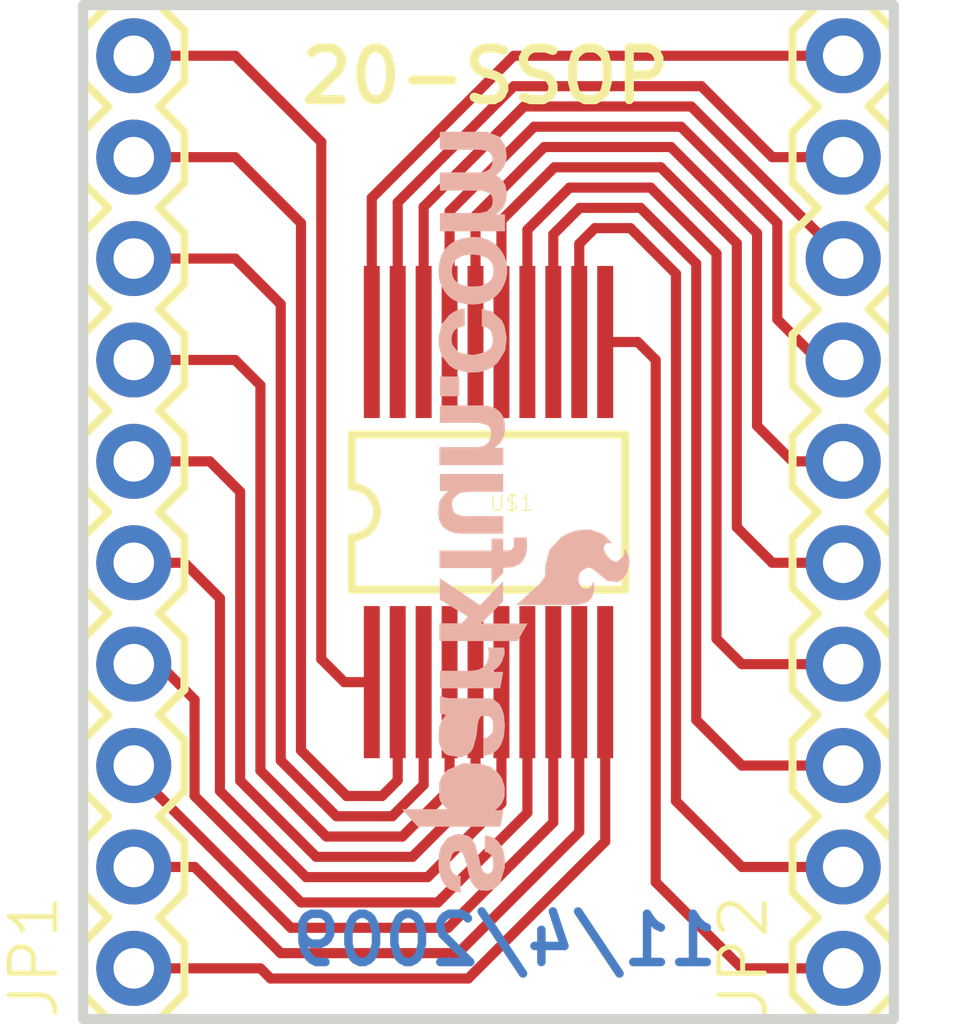
<source format=kicad_pcb>
(kicad_pcb (version 20211014) (generator pcbnew)
  (layers (0 "F.Cu" signal) (31 "B.Cu" signal) (34 "B.Paste" user) (35 "F.Paste" user) (36 "B.SilkS" user "B.Silkscreen") (37 "F.SilkS" user "F.Silkscreen") (38 "B.Mask" user) (39 "F.Mask" user) (44 "Edge.Cuts" user))
  (net 0 "")
  (net 1 "N$1")
  (net 2 "N$2")
  (net 3 "N$4")
  (net 4 "N$5")
  (net 5 "N$8")
  (net 6 "N$9")
  (net 7 "N$10")
  (net 8 "N$13")
  (net 9 "N$16")
  (net 10 "N$17")
  (net 11 "N$21")
  (net 12 "N$24")
  (net 13 "N$26")
  (net 14 "N$29")
  (net 15 "N$30")
  (net 16 "N$32")
  (net 17 "N$33")
  (net 18 "N$35")
  (net 19 "N$37")
  (net 20 "N$38")
  (footprint "boardEagle:1X10" (layer "F.Cu") (at 139.6111 116.4336 90)
    (fp_text reference "JP1" (at -1.3462 -1.8288 90) (layer "F.SilkS") (effects (font (size 1.143 1.143) (thickness 0.127)) (justify left bottom)))
    (fp_text value "M10\"")
    (fp_line (start 12.065 1.27) (end 11.43 0.635) (layer "F.SilkS") (width 0.2032))
    (fp_line (start 1.27 0.635) (end 0.635 1.27) (layer "F.SilkS") (width 0.2032))
    (fp_line (start 12.065 -1.27) (end 13.335 -1.27) (layer "F.SilkS") (width 0.2032))
    (fp_line (start 15.875 -1.27) (end 16.51 -0.635) (layer "F.SilkS") (width 0.2032))
    (fp_line (start 14.605 -1.27) (end 15.875 -1.27) (layer "F.SilkS") (width 0.2032))
    (fp_line (start 1.905 -1.27) (end 3.175 -1.27) (layer "F.SilkS") (width 0.2032))
    (fp_line (start 4.445 -1.27) (end 5.715 -1.27) (layer "F.SilkS") (width 0.2032))
    (fp_line (start 3.81 -0.635) (end 4.445 -1.27) (layer "F.SilkS") (width 0.2032))
    (fp_line (start 11.43 -0.635) (end 12.065 -1.27) (layer "F.SilkS") (width 0.2032))
    (fp_line (start 19.685 -1.27) (end 20.955 -1.27) (layer "F.SilkS") (width 0.2032))
    (fp_line (start 19.685 -1.27) (end 19.05 -0.635) (layer "F.SilkS") (width 0.2032))
    (fp_line (start 24.13 -0.635) (end 24.13 0.635) (layer "F.SilkS") (width 0.2032))
    (fp_line (start 6.985 -1.27) (end 6.35 -0.635) (layer "F.SilkS") (width 0.2032))
    (fp_line (start 5.715 1.27) (end 4.445 1.27) (layer "F.SilkS") (width 0.2032))
    (fp_line (start 8.89 0.635) (end 8.255 1.27) (layer "F.SilkS") (width 0.2032))
    (fp_line (start 5.715 -1.27) (end 6.35 -0.635) (layer "F.SilkS") (width 0.2032))
    (fp_line (start 18.415 1.27) (end 17.145 1.27) (layer "F.SilkS") (width 0.2032))
    (fp_line (start 6.985 -1.27) (end 8.255 -1.27) (layer "F.SilkS") (width 0.2032))
    (fp_line (start 0.635 -1.27) (end 1.27 -0.635) (layer "F.SilkS") (width 0.2032))
    (fp_line (start 22.225 -1.27) (end 23.495 -1.27) (layer "F.SilkS") (width 0.2032))
    (fp_line (start 23.495 1.27) (end 22.225 1.27) (layer "F.SilkS") (width 0.2032))
    (fp_line (start 15.875 1.27) (end 14.605 1.27) (layer "F.SilkS") (width 0.2032))
    (fp_line (start 18.415 -1.27) (end 19.05 -0.635) (layer "F.SilkS") (width 0.2032))
    (fp_line (start -0.635 -1.27) (end -1.27 -0.635) (layer "F.SilkS") (width 0.2032))
    (fp_line (start -0.635 -1.27) (end 0.635 -1.27) (layer "F.SilkS") (width 0.2032))
    (fp_line (start 10.795 1.27) (end 9.525 1.27) (layer "F.SilkS") (width 0.2032))
    (fp_line (start 1.905 1.27) (end 1.27 0.635) (layer "F.SilkS") (width 0.2032))
    (fp_line (start 8.89 -0.635) (end 9.525 -1.27) (layer "F.SilkS") (width 0.2032))
    (fp_line (start 21.59 0.635) (end 22.225 1.27) (layer "F.SilkS") (width 0.2032))
    (fp_line (start 17.145 -1.27) (end 16.51 -0.635) (layer "F.SilkS") (width 0.2032))
    (fp_line (start 21.59 0.635) (end 20.955 1.27) (layer "F.SilkS") (width 0.2032))
    (fp_line (start 13.335 -1.27) (end 13.97 -0.635) (layer "F.SilkS") (width 0.2032))
    (fp_line (start 20.955 -1.27) (end 21.59 -0.635) (layer "F.SilkS") (width 0.2032))
    (fp_line (start 20.955 1.27) (end 19.685 1.27) (layer "F.SilkS") (width 0.2032))
    (fp_line (start 22.225 -1.27) (end 21.59 -0.635) (layer "F.SilkS") (width 0.2032))
    (fp_line (start 1.27 -0.635) (end 1.905 -1.27) (layer "F.SilkS") (width 0.2032))
    (fp_line (start 8.255 1.27) (end 6.985 1.27) (layer "F.SilkS") (width 0.2032))
    (fp_line (start 8.255 -1.27) (end 8.89 -0.635) (layer "F.SilkS") (width 0.2032))
    (fp_line (start 14.605 -1.27) (end 13.97 -0.635) (layer "F.SilkS") (width 0.2032))
    (fp_line (start 17.145 -1.27) (end 18.415 -1.27) (layer "F.SilkS") (width 0.2032))
    (fp_line (start 9.525 -1.27) (end 10.795 -1.27) (layer "F.SilkS") (width 0.2032))
    (fp_line (start 23.495 -1.27) (end 24.13 -0.635) (layer "F.SilkS") (width 0.2032))
    (fp_line (start 19.05 0.635) (end 19.685 1.27) (layer "F.SilkS") (width 0.2032))
    (fp_line (start 24.13 0.635) (end 23.495 1.27) (layer "F.SilkS") (width 0.2032))
    (fp_line (start 13.335 1.27) (end 12.065 1.27) (layer "F.SilkS") (width 0.2032))
    (fp_line (start 3.175 1.27) (end 1.905 1.27) (layer "F.SilkS") (width 0.2032))
    (fp_line (start 0.635 1.27) (end -0.635 1.27) (layer "F.SilkS") (width 0.2032))
    (fp_line (start 16.51 0.635) (end 17.145 1.27) (layer "F.SilkS") (width 0.2032))
    (fp_line (start 16.51 0.635) (end 15.875 1.27) (layer "F.SilkS") (width 0.2032))
    (fp_line (start 9.525 1.27) (end 8.89 0.635) (layer "F.SilkS") (width 0.2032))
    (fp_line (start 3.175 -1.27) (end 3.81 -0.635) (layer "F.SilkS") (width 0.2032))
    (fp_line (start 10.795 -1.27) (end 11.43 -0.635) (layer "F.SilkS") (width 0.2032))
    (fp_line (start 13.97 0.635) (end 13.335 1.27) (layer "F.SilkS") (width 0.2032))
    (fp_line (start 6.35 0.635) (end 6.985 1.27) (layer "F.SilkS") (width 0.2032))
    (fp_line (start 19.05 0.635) (end 18.415 1.27) (layer "F.SilkS") (width 0.2032))
    (fp_line (start 11.43 0.635) (end 10.795 1.27) (layer "F.SilkS") (width 0.2032))
    (fp_line (start 4.445 1.27) (end 3.81 0.635) (layer "F.SilkS") (width 0.2032))
    (fp_line (start -1.27 -0.635) (end -1.27 0.635) (layer "F.SilkS") (width 0.2032))
    (fp_line (start 3.81 0.635) (end 3.175 1.27) (layer "F.SilkS") (width 0.2032))
    (fp_line (start 13.97 0.635) (end 14.605 1.27) (layer "F.SilkS") (width 0.2032))
    (fp_line (start -1.27 0.635) (end -0.635 1.27) (layer "F.SilkS") (width 0.2032))
    (fp_line (start 6.35 0.635) (end 5.715 1.27) (layer "F.SilkS") (width 0.2032))
    (pad "1" thru_hole circle (at 0 0 180) (size 1.8796 1.8796) (drill 1.016) (layers *.Cu *.Mask) (net 7 "N$10"))
    (pad "2" thru_hole circle (at 2.54 0 180) (size 1.8796 1.8796) (drill 1.016) (layers *.Cu *.Mask) (net 6 "N$9"))
    (pad "3" thru_hole circle (at 5.08 0 180) (size 1.8796 1.8796) (drill 1.016) (layers *.Cu *.Mask) (net 5 "N$8"))
    (pad "4" thru_hole circle (at 7.62 0 180) (size 1.8796 1.8796) (drill 1.016) (layers *.Cu *.Mask) (net 10 "N$17"))
    (pad "5" thru_hole circle (at 10.16 0 180) (size 1.8796 1.8796) (drill 1.016) (layers *.Cu *.Mask) (net 9 "N$16"))
    (pad "6" thru_hole circle (at 12.7 0 180) (size 1.8796 1.8796) (drill 1.016) (layers *.Cu *.Mask) (net 4 "N$5"))
    (pad "7" thru_hole circle (at 15.24 0 180) (size 1.8796 1.8796) (drill 1.016) (layers *.Cu *.Mask) (net 3 "N$4"))
    (pad "8" thru_hole circle (at 17.78 0 180) (size 1.8796 1.8796) (drill 1.016) (layers *.Cu *.Mask) (net 8 "N$13"))
    (pad "9" thru_hole circle (at 20.32 0 180) (size 1.8796 1.8796) (drill 1.016) (layers *.Cu *.Mask) (net 2 "N$2"))
    (pad "10" thru_hole circle (at 22.86 0 180) (size 1.8796 1.8796) (drill 1.016) (layers *.Cu *.Mask) (net 1 "N$1"))
  )
  (footprint "boardEagle:1X10" (layer "F.Cu") (at 157.3911 116.4336 90)
    (fp_text reference "JP2" (at -1.3462 -1.8288 90) (layer "F.SilkS") (effects (font (size 1.143 1.143) (thickness 0.127)) (justify left bottom)))
    (fp_text value "M10\"")
    (fp_line (start 15.875 1.27) (end 14.605 1.27) (layer "F.SilkS") (width 0.2032))
    (fp_line (start 23.495 1.27) (end 22.225 1.27) (layer "F.SilkS") (width 0.2032))
    (fp_line (start 13.97 0.635) (end 14.605 1.27) (layer "F.SilkS") (width 0.2032))
    (fp_line (start -0.635 -1.27) (end 0.635 -1.27) (layer "F.SilkS") (width 0.2032))
    (fp_line (start 22.225 -1.27) (end 23.495 -1.27) (layer "F.SilkS") (width 0.2032))
    (fp_line (start 24.13 0.635) (end 23.495 1.27) (layer "F.SilkS") (width 0.2032))
    (fp_line (start 17.145 -1.27) (end 16.51 -0.635) (layer "F.SilkS") (width 0.2032))
    (fp_line (start 13.335 1.27) (end 12.065 1.27) (layer "F.SilkS") (width 0.2032))
    (fp_line (start 6.35 0.635) (end 5.715 1.27) (layer "F.SilkS") (width 0.2032))
    (fp_line (start 10.795 1.27) (end 9.525 1.27) (layer "F.SilkS") (width 0.2032))
    (fp_line (start 12.065 -1.27) (end 13.335 -1.27) (layer "F.SilkS") (width 0.2032))
    (fp_line (start 4.445 1.27) (end 3.81 0.635) (layer "F.SilkS") (width 0.2032))
    (fp_line (start 19.685 -1.27) (end 19.05 -0.635) (layer "F.SilkS") (width 0.2032))
    (fp_line (start 21.59 0.635) (end 20.955 1.27) (layer "F.SilkS") (width 0.2032))
    (fp_line (start 8.89 0.635) (end 8.255 1.27) (layer "F.SilkS") (width 0.2032))
    (fp_line (start 9.525 -1.27) (end 10.795 -1.27) (layer "F.SilkS") (width 0.2032))
    (fp_line (start 6.985 -1.27) (end 6.35 -0.635) (layer "F.SilkS") (width 0.2032))
    (fp_line (start 3.175 1.27) (end 1.905 1.27) (layer "F.SilkS") (width 0.2032))
    (fp_line (start 0.635 1.27) (end -0.635 1.27) (layer "F.SilkS") (width 0.2032))
    (fp_line (start 24.13 -0.635) (end 24.13 0.635) (layer "F.SilkS") (width 0.2032))
    (fp_line (start 14.605 -1.27) (end 13.97 -0.635) (layer "F.SilkS") (width 0.2032))
    (fp_line (start 5.715 1.27) (end 4.445 1.27) (layer "F.SilkS") (width 0.2032))
    (fp_line (start 18.415 1.27) (end 17.145 1.27) (layer "F.SilkS") (width 0.2032))
    (fp_line (start 19.05 0.635) (end 18.415 1.27) (layer "F.SilkS") (width 0.2032))
    (fp_line (start 8.255 1.27) (end 6.985 1.27) (layer "F.SilkS") (width 0.2032))
    (fp_line (start 3.81 0.635) (end 3.175 1.27) (layer "F.SilkS") (width 0.2032))
    (fp_line (start 11.43 -0.635) (end 12.065 -1.27) (layer "F.SilkS") (width 0.2032))
    (fp_line (start 13.97 0.635) (end 13.335 1.27) (layer "F.SilkS") (width 0.2032))
    (fp_line (start 22.225 -1.27) (end 21.59 -0.635) (layer "F.SilkS") (width 0.2032))
    (fp_line (start 19.05 0.635) (end 19.685 1.27) (layer "F.SilkS") (width 0.2032))
    (fp_line (start 15.875 -1.27) (end 16.51 -0.635) (layer "F.SilkS") (width 0.2032))
    (fp_line (start 6.985 -1.27) (end 8.255 -1.27) (layer "F.SilkS") (width 0.2032))
    (fp_line (start 12.065 1.27) (end 11.43 0.635) (layer "F.SilkS") (width 0.2032))
    (fp_line (start 5.715 -1.27) (end 6.35 -0.635) (layer "F.SilkS") (width 0.2032))
    (fp_line (start 8.255 -1.27) (end 8.89 -0.635) (layer "F.SilkS") (width 0.2032))
    (fp_line (start 1.905 1.27) (end 1.27 0.635) (layer "F.SilkS") (width 0.2032))
    (fp_line (start -0.635 -1.27) (end -1.27 -0.635) (layer "F.SilkS") (width 0.2032))
    (fp_line (start 20.955 -1.27) (end 21.59 -0.635) (layer "F.SilkS") (width 0.2032))
    (fp_line (start 6.35 0.635) (end 6.985 1.27) (layer "F.SilkS") (width 0.2032))
    (fp_line (start 3.81 -0.635) (end 4.445 -1.27) (layer "F.SilkS") (width 0.2032))
    (fp_line (start 1.905 -1.27) (end 3.175 -1.27) (layer "F.SilkS") (width 0.2032))
    (fp_line (start 17.145 -1.27) (end 18.415 -1.27) (layer "F.SilkS") (width 0.2032))
    (fp_line (start -1.27 0.635) (end -0.635 1.27) (layer "F.SilkS") (width 0.2032))
    (fp_line (start 10.795 -1.27) (end 11.43 -0.635) (layer "F.SilkS") (width 0.2032))
    (fp_line (start 8.89 -0.635) (end 9.525 -1.27) (layer "F.SilkS") (width 0.2032))
    (fp_line (start 18.415 -1.27) (end 19.05 -0.635) (layer "F.SilkS") (width 0.2032))
    (fp_line (start 16.51 0.635) (end 17.145 1.27) (layer "F.SilkS") (width 0.2032))
    (fp_line (start 13.335 -1.27) (end 13.97 -0.635) (layer "F.SilkS") (width 0.2032))
    (fp_line (start 16.51 0.635) (end 15.875 1.27) (layer "F.SilkS") (width 0.2032))
    (fp_line (start 1.27 0.635) (end 0.635 1.27) (layer "F.SilkS") (width 0.2032))
    (fp_line (start 14.605 -1.27) (end 15.875 -1.27) (layer "F.SilkS") (width 0.2032))
    (fp_line (start 19.685 -1.27) (end 20.955 -1.27) (layer "F.SilkS") (width 0.2032))
    (fp_line (start -1.27 -0.635) (end -1.27 0.635) (layer "F.SilkS") (width 0.2032))
    (fp_line (start 20.955 1.27) (end 19.685 1.27) (layer "F.SilkS") (width 0.2032))
    (fp_line (start 3.175 -1.27) (end 3.81 -0.635) (layer "F.SilkS") (width 0.2032))
    (fp_line (start 23.495 -1.27) (end 24.13 -0.635) (layer "F.SilkS") (width 0.2032))
    (fp_line (start 4.445 -1.27) (end 5.715 -1.27) (layer "F.SilkS") (width 0.2032))
    (fp_line (start 1.27 -0.635) (end 1.905 -1.27) (layer "F.SilkS") (width 0.2032))
    (fp_line (start 0.635 -1.27) (end 1.27 -0.635) (layer "F.SilkS") (width 0.2032))
    (fp_line (start 11.43 0.635) (end 10.795 1.27) (layer "F.SilkS") (width 0.2032))
    (fp_line (start 21.59 0.635) (end 22.225 1.27) (layer "F.SilkS") (width 0.2032))
    (fp_line (start 9.525 1.27) (end 8.89 0.635) (layer "F.SilkS") (width 0.2032))
    (pad "1" thru_hole circle (at 0 0 180) (size 1.8796 1.8796) (drill 1.016) (layers *.Cu *.Mask) (net 11 "N$21"))
    (pad "2" thru_hole circle (at 2.54 0 180) (size 1.8796 1.8796) (drill 1.016) (layers *.Cu *.Mask) (net 16 "N$32"))
    (pad "3" thru_hole circle (at 5.08 0 180) (size 1.8796 1.8796) (drill 1.016) (layers *.Cu *.Mask) (net 17 "N$33"))
    (pad "4" thru_hole circle (at 7.62 0 180) (size 1.8796 1.8796) (drill 1.016) (layers *.Cu *.Mask) (net 12 "N$24"))
    (pad "5" thru_hole circle (at 10.16 0 180) (size 1.8796 1.8796) (drill 1.016) (layers *.Cu *.Mask) (net 18 "N$35"))
    (pad "6" thru_hole circle (at 12.7 0 180) (size 1.8796 1.8796) (drill 1.016) (layers *.Cu *.Mask) (net 13 "N$26"))
    (pad "7" thru_hole circle (at 15.24 0 180) (size 1.8796 1.8796) (drill 1.016) (layers *.Cu *.Mask) (net 19 "N$37"))
    (pad "8" thru_hole circle (at 17.78 0 180) (size 1.8796 1.8796) (drill 1.016) (layers *.Cu *.Mask) (net 20 "N$38"))
    (pad "9" thru_hole circle (at 20.32 0 180) (size 1.8796 1.8796) (drill 1.016) (layers *.Cu *.Mask) (net 14 "N$29"))
    (pad "10" thru_hole circle (at 22.86 0 180) (size 1.8796 1.8796) (drill 1.016) (layers *.Cu *.Mask) (net 15 "N$30"))
  )
  (footprint "boardEagle:SSOP20-LONG" (layer "F.Cu") (at 148.5011 105.0036)
    (fp_text reference "U$1" (at 0 0) (layer "F.SilkS") (effects (font (size 0.373888 0.373888) (thickness 0.032512)) (justify left bottom)))
    (fp_text value "SSOP20")
    (fp_line (start -3.429 0.635) (end -3.429 1.9431) (layer "F.SilkS") (width 0.2032))
    (fp_line (start -3.429 -1.9431) (end -3.429 -0.635) (layer "F.SilkS") (width 0.2032))
    (fp_line (start 3.429 1.9431) (end 3.429 -1.9431) (layer "F.SilkS") (width 0.2032))
    (fp_line (start -3.429 -1.9431) (end 3.429 -1.9431) (layer "F.SilkS") (width 0.2032))
    (fp_line (start -3.429 1.9431) (end 3.429 1.9431) (layer "F.SilkS") (width 0.2032))
    (fp_arc (start -3.429 -0.635) (mid -2.794 0) (end -3.429 0.635) (layer "F.SilkS") (width 0.2032))
    (pad "1" smd rect (at -2.925 4.26) (size 0.4 3.81) (layers "F.Cu" "F.Paste" "F.Mask") (net 1 "N$1"))
    (pad "2" smd rect (at -2.275 4.26) (size 0.4 3.81) (layers "F.Cu" "F.Paste" "F.Mask") (net 2 "N$2"))
    (pad "3" smd rect (at -1.625 4.26) (size 0.4 3.81) (layers "F.Cu" "F.Paste" "F.Mask") (net 8 "N$13"))
    (pad "4" smd rect (at -0.975 4.26) (size 0.4 3.81) (layers "F.Cu" "F.Paste" "F.Mask") (net 3 "N$4"))
    (pad "5" smd rect (at -0.325 4.26) (size 0.4 3.81) (layers "F.Cu" "F.Paste" "F.Mask") (net 4 "N$5"))
    (pad "6" smd rect (at 0.325 4.26) (size 0.4 3.81) (layers "F.Cu" "F.Paste" "F.Mask") (net 9 "N$16"))
    (pad "7" smd rect (at 0.975 4.26) (size 0.4 3.81) (layers "F.Cu" "F.Paste" "F.Mask") (net 10 "N$17"))
    (pad "8" smd rect (at 1.625 4.26) (size 0.4 3.81) (layers "F.Cu" "F.Paste" "F.Mask") (net 5 "N$8"))
    (pad "9" smd rect (at 2.275 4.26) (size 0.4 3.81) (layers "F.Cu" "F.Paste" "F.Mask") (net 6 "N$9"))
    (pad "10" smd rect (at 2.925 4.26) (size 0.4 3.81) (layers "F.Cu" "F.Paste" "F.Mask") (net 7 "N$10"))
    (pad "11" smd rect (at 2.925 -4.26) (size 0.4 3.81) (layers "F.Cu" "F.Paste" "F.Mask") (net 11 "N$21"))
    (pad "12" smd rect (at 2.275 -4.26) (size 0.4 3.81) (layers "F.Cu" "F.Paste" "F.Mask") (net 16 "N$32"))
    (pad "13" smd rect (at 1.625 -4.26) (size 0.4 3.81) (layers "F.Cu" "F.Paste" "F.Mask") (net 17 "N$33"))
    (pad "14" smd rect (at 0.975 -4.26) (size 0.4 3.81) (layers "F.Cu" "F.Paste" "F.Mask") (net 12 "N$24"))
    (pad "15" smd rect (at 0.325 -4.26) (size 0.4 3.81) (layers "F.Cu" "F.Paste" "F.Mask") (net 18 "N$35"))
    (pad "16" smd rect (at -0.325 -4.26) (size 0.4 3.81) (layers "F.Cu" "F.Paste" "F.Mask") (net 13 "N$26"))
    (pad "17" smd rect (at -0.975 -4.26) (size 0.4 3.81) (layers "F.Cu" "F.Paste" "F.Mask") (net 19 "N$37"))
    (pad "18" smd rect (at -1.625 -4.26) (size 0.4 3.81) (layers "F.Cu" "F.Paste" "F.Mask") (net 20 "N$38"))
    (pad "19" smd rect (at -2.275 -4.26) (size 0.4 3.81) (layers "F.Cu" "F.Paste" "F.Mask") (net 14 "N$29"))
    (pad "20" smd rect (at -2.925 -4.26) (size 0.4 3.81) (layers "F.Cu" "F.Paste" "F.Mask") (net 15 "N$30"))
  )
  (footprint "boardEagle:SFE-NEW-WEBLOGO" (layer "B.Cu") (at 146.3421 114.5286 90)
    (fp_text reference "JP3" hide)
    (fp_text value "LOGO-SFENEW" hide)
    (fp_line (start 12.1818 2.0091) (end 12.1818 0.955) (layer "B.SilkS") (width 0.0254))
    (fp_line (start 11.1379 0.9449) (end 10.7163 0.9449) (layer "B.SilkS") (width 0.0254))
    (fp_line (start 12.1818 0.955) (end 11.7729 0.955) (layer "B.SilkS") (width 0.0254))
    (fp_line (start 15.5702 2.2962) (end 15.5702 2.6137) (layer "B.SilkS") (width 0.0254))
    (fp_line (start 11.7729 0.955) (end 11.7729 1.9202) (layer "B.SilkS") (width 0.0254))
    (fp_line (start 15.5499 2.2911) (end 15.527 2.2911) (layer "B.SilkS") (width 0.0254))
    (fp_line (start 11.1201 2.2962) (end 11.1277 2.2962) (layer "B.SilkS") (width 0.0254))
    (fp_line (start 10.7163 2.5171) (end 11.1201 2.5171) (layer "B.SilkS") (width 0.0254))
    (fp_line (start 15.5499 2.6137) (end 15.5499 2.2911) (layer "B.SilkS") (width 0.0254))
    (fp_line (start 10.7163 0.9449) (end 10.7163 2.5171) (layer "B.SilkS") (width 0.0254))
    (fp_line (start 11.1379 1.8136) (end 11.1379 0.9449) (layer "B.SilkS") (width 0.0254))
    (fp_line (start 15.5702 2.6137) (end 15.5854 2.6137) (layer "B.SilkS") (width 0.0254))
    (fp_line (start 11.1201 2.5171) (end 11.1201 2.2962) (layer "B.SilkS") (width 0.0254))
    (fp_arc (start 12.1818 2.0091) (mid 12.172765 2.122002) (end 12.1488 2.2327) (layer "B.SilkS") (width 0.0254))
    (fp_arc (start 15.9029 0.9754) (mid 16.153433 1.12491) (end 16.317 1.3665) (layer "B.SilkS") (width 0.0254))
    (fp_arc (start 15.809 2.5857) (mid 15.698073 2.606673) (end 15.5854 2.6137) (layer "B.SilkS") (width 0.0254))
    (fp_arc (start 16.4033 1.808499) (mid 16.333054 2.143404) (end 16.129 2.4181) (layer "B.SilkS") (width 0.0254))
    (fp_arc (start 15.5423 0.9195) (mid 15.724919 0.932492) (end 15.9029 0.9754) (layer "B.SilkS") (width 0.0254))
    (fp_arc (start 15.908 1.4097) (mid 15.966057 1.559906) (end 15.9868 1.7196) (layer "B.SilkS") (width 0.0254))
    (fp_arc (start 15.2781 2.1692) (mid 15.20247 2.035022) (end 15.168899 1.8847) (layer "B.SilkS") (width 0.0254))
    (fp_arc (start 11.1277 2.2962) (mid 11.137379 2.298176) (end 11.1455 2.3038) (layer "B.SilkS") (width 0.0254))
    (fp_arc (start 11.1379 1.8821) (mid 11.137681 1.84785) (end 11.1379 1.8136) (layer "B.SilkS") (width 0.0254))
    (fp_arc (start 15.9868 1.7196) (mid 15.980368 1.846143) (end 15.9588 1.971) (layer "B.SilkS") (width 0.0254))
    (fp_arc (start 11.4198 2.2327) (mid 11.475702 2.235165) (end 11.5316 2.2377) (layer "B.SilkS") (width 0.0254))
    (fp_arc (start 14.8615 1.27) (mid 14.919858 1.189481) (end 14.9911 1.1201) (layer "B.SilkS") (width 0.0254))
    (fp_arc (start 15.1689 1.8847) (mid 15.165026 1.761448) (end 15.1714 1.6383) (layer "B.SilkS") (width 0.0254))
    (fp_arc (start 14.7549 1.9507) (mid 14.737287 1.759061) (end 14.7523 1.5672) (layer "B.SilkS") (width 0.0254))
    (fp_arc (start 16.129 2.4181) (mid 15.978822 2.520652) (end 15.809 2.5857) (layer "B.SilkS") (width 0.0254))
    (fp_arc (start 15.428 1.2522) (mid 15.597525 1.230563) (end 15.7632 1.2725) (layer "B.SilkS") (width 0.0254))
    (fp_arc (start 14.7523 1.5672) (mid 14.792796 1.413418) (end 14.8615 1.27) (layer "B.SilkS") (width 0.0254))
    (fp_arc (start 15.7632 1.2725) (mid 15.846801 1.329279) (end 15.908 1.4097) (layer "B.SilkS") (width 0.0254))
    (fp_arc (start 11.5672 2.5552) (mid 11.411238 2.523841) (end 11.2725 2.446) (layer "B.SilkS") (width 0.0254))
    (fp_arc (start 11.2725 2.446) (mid 11.226399 2.404414) (end 11.1862 2.3571) (layer "B.SilkS") (width 0.0254))
    (fp_arc (start 15.1714 1.6383) (mid 15.194331 1.520588) (end 15.24 1.4097) (layer "B.SilkS") (width 0.0254))
    (fp_arc (start 11.7729 1.9202) (mid 11.758038 2.02962) (end 11.7145 2.1311) (layer "B.SilkS") (width 0.0254))
    (fp_arc (start 11.1455 2.3038) (mid 11.152103 2.311188) (end 11.1582 2.319) (layer "B.SilkS") (width 0.0254))
    (fp_arc (start 12.0345 2.425699) (mid 11.911985 2.51116) (end 11.7678 2.5502) (layer "B.SilkS") (width 0.0254))
    (fp_arc (start 15.5499 2.6137) (mid 15.331296 2.577713) (end 15.1282 2.4892) (layer "B.SilkS") (width 0.0254))
    (fp_arc (start 15.128201 2.4892) (mid 14.882786 2.260687) (end 14.7549 1.9507) (layer "B.SilkS") (width 0.0254))
    (fp_arc (start 15.527 2.2911) (mid 15.388433 2.258974) (end 15.278099 2.1692) (layer "B.SilkS") (width 0.0254))
    (fp_arc (start 11.7678 2.5502) (mid 11.667584 2.556058) (end 11.5672 2.5552) (layer "B.SilkS") (width 0.0254))
    (fp_arc (start 11.7145 2.1311) (mid 11.664346 2.1894) (end 11.5976 2.2276) (layer "B.SilkS") (width 0.0254))
    (fp_arc (start 11.2598 2.1692) (mid 11.206137 2.110016) (end 11.1684 2.0396) (layer "B.SilkS") (width 0.0254))
    (fp_arc (start 14.9911 1.1201) (mid 15.249615 0.972855) (end 15.5423 0.9195) (layer "B.SilkS") (width 0.0254))
    (fp_arc (start 15.24 1.4097) (mid 15.31871 1.3127) (end 15.428 1.2522) (layer "B.SilkS") (width 0.0254))
    (fp_arc (start 16.317 1.3665) (mid 16.380488 1.583529) (end 16.4033 1.8085) (layer "B.SilkS") (width 0.0254))
    (fp_arc (start 15.8318 2.2047) (mid 15.783745 2.244042) (end 15.7277 2.2708) (layer "B.SilkS") (width 0.0254))
    (fp_arc (start 11.1684 2.0396) (mid 11.146105 1.962214) (end 11.1379 1.8821) (layer "B.SilkS") (width 0.0254))
    (fp_arc (start 11.4198 2.2327) (mid 11.334441 2.214452) (end 11.259799 2.1692) (layer "B.SilkS") (width 0.0254))
    (fp_arc (start 11.1862 2.3571) (mid 11.172158 2.338081) (end 11.1582 2.319) (layer "B.SilkS") (width 0.0254))
    (fp_arc (start 15.7277 2.2708) (mid 15.650001 2.290018) (end 15.5702 2.2962) (layer "B.SilkS") (width 0.0254))
    (fp_arc (start 15.9588 1.971) (mid 15.910982 2.096372) (end 15.8318 2.2047) (layer "B.SilkS") (width 0.0254))
    (fp_arc (start 11.5976 2.2276) (mid 11.565101 2.235925) (end 11.5316 2.2377) (layer "B.SilkS") (width 0.0254))
    (fp_arc (start 12.1488 2.232699) (mid 12.104013 2.336521) (end 12.0345 2.4257) (layer "B.SilkS") (width 0.0254))
    (fp_poly (pts (xy 2.834651 2.506079) (xy 2.92707 2.450683) (xy 3.011605 2.383731) (xy 3.1267 2.221709) (xy 3.1267 2.263503) (xy 3.219434 1.972794) (xy 3.236098 1.526727) (xy 3.068933 1.135798) (xy 2.975978 1.041462) (xy 2.864973 0.970996) (xy 2.740356 0.92713) (xy 2.372489 0.922) (xy 2.370226 0.922) (xy 2.254471 0.962806) (xy 2.0828 1.127587) (xy 2.0828 -0.010757) (xy 1.6434 0.385552) (xy 1.6434 2.45912) (xy 2.057593 2.537568) (xy 2.055012 2.330538) (xy 2.068304 2.345345) (xy 2.15812 2.442839) (xy 2.234107 2.497896) (xy 2.368681 2.552194) (xy 2.419192 2.562883) (xy 2.620347 2.565422)) (layer "B.SilkS") (width 0) (fill solid))
    (fp_poly (pts (xy 8.337002 5.691103) (xy 8.426449 5.668729) (xy 8.439477 5.663683) (xy 8.451149 5.657775) (xy 8.46786 5.649476) (xy 8.486552 5.642734) (xy 8.582694 5.5855) (xy 8.5903 5.5855) (xy 8.5903 5.5601) (xy 8.517833 5.5601) (xy 8.419418 5.540814) (xy 8.285855 5.378186) (xy 8.290365 5.319725) (xy 8.33909 5.224769) (xy 8.415666 5.148096) (xy 8.505069 5.083538) (xy 8.580348 5.051724) (xy 8.661737 5.054532) (xy 8.669864 5.057086) (xy 8.677257 5.060289) (xy 8.741514 5.119856) (xy 8.7478 5.142712) (xy 8.7478 5.260838) (xy 8.974707 5.031027) (xy 9.079186 4.739741) (xy 9.082603 4.739794) (xy 9.08906 4.533335) (xy 9.059857 4.34032) (xy 8.996308 4.155742) (xy 8.8773 3.944478) (xy 8.8773 3.963481) (xy 8.589131 3.69191) (xy 8.193239 3.5814) (xy 7.964005 3.5814) (xy 7.927201 3.574946) (xy 7.892776 3.562492) (xy 7.707322 3.424684) (xy 7.1984 2.85199) (xy 7.1984 4.40367) (xy 7.271004 4.644867) (xy 7.379295 4.748389) (xy 7.518122 4.800422) (xy 7.6149 4.807989) (xy 7.710384 4.800523) (xy 7.77091 4.790999) (xy 7.768788 4.767333) (xy 7.733216 4.768142) (xy 7.712784 4.759041) (xy 7.631519 4.700054) (xy 7.611722 4.67357) (xy 7.601395 4.6114) (xy 7.611905 4.548129) (xy 7.632405 4.508074) (xy 7.663343 4.475585) (xy 7.757535 4.42645) (xy 7.863229 4.414642) (xy 7.953768 4.432984) (xy 8.03522 4.472556) (xy 8.13303 4.637559) (xy 8.118706 4.731744) (xy 8.061914 4.813301) (xy 7.795707 5.146137) (xy 7.772667 5.393755) (xy 7.838495 5.504456) (xy 7.840042 5.506003) (xy 7.989901 5.63002) (xy 8.243676 5.699964)) (layer "B.SilkS") (width 0) (fill solid))
    (fp_poly (pts (xy 17.714962 2.583496) (xy 17.714669 2.58013) (xy 17.812284 2.526288) (xy 17.900302 2.442716) (xy 17.956995 2.351455) (xy 17.961394 2.355854) (xy 18.007182 2.404147) (xy 18.086856 2.480888) (xy 18.177617 2.546023) (xy 18.30384 2.60027) (xy 18.440544 2.616304) (xy 18.698981 2.580082) (xy 18.93345 2.426436) (xy 19.05 2.112985) (xy 19.05 0.9398) (xy 18.6004 0.9398) (xy 18.6004 1.979658) (xy 18.558302 2.150487) (xy 18.49797 2.220003) (xy 18.412014 2.255689) (xy 18.322362 2.262413) (xy 18.233537 2.253336) (xy 18.121633 2.190061) (xy 18.068614 2.109201) (xy 18.041426 2.014408) (xy 18.036069 1.960144) (xy 18.034 1.904767) (xy 18.034 0.9398) (xy 17.5768 0.9398) (xy 17.5768 2.006808) (xy 17.507834 2.191589) (xy 17.433119 2.246143) (xy 17.339789 2.26304) (xy 17.298061 2.260863) (xy 17.256145 2.258198) (xy 17.19103 2.2421) (xy 17.135402 2.205103) (xy 17.092564 2.160343) (xy 17.055171 2.112821) (xy 17.0155 1.934108) (xy 17.0155 0.9423) (xy 16.5583 0.9423) (xy 16.5583 2.573) (xy 16.9824 2.573) (xy 16.9824 2.355139) (xy 16.985319 2.355789) (xy 17.015959 2.3959) (xy 17.093229 2.475705) (xy 17.171263 2.538367) (xy 17.262579 2.579887) (xy 17.318155 2.59498) (xy 17.374103 2.605849) (xy 17.443329 2.614463) (xy 17.514022 2.618767)) (layer "B.SilkS") (width 0) (fill solid))
    (fp_poly (pts (xy 6.1316 2.557116) (xy 6.1316 2.1463) (xy 6.115783 2.1463) (xy 6.10653 2.147054) (xy 6.097893 2.149211) (xy 6.068387 2.157247) (xy 6.038922 2.161538) (xy 5.96265 2.16474) (xy 5.887609 2.16159) (xy 5.731931 2.107297) (xy 5.637642 2.018651) (xy 5.577302 1.903423) (xy 5.5499 1.736362) (xy 5.5499 0.9423) (xy 5.107878 0.9423) (xy 5.110519 2.454146) (xy 5.522 2.527255) (xy 5.522 2.234211) (xy 5.526569 2.235704) (xy 5.544428 2.262537) (xy 5.578841 2.314524) (xy 5.613758 2.367854) (xy 5.686736 2.438162) (xy 5.778008 2.498223) (xy 5.979984 2.565515)) (layer "B.SilkS") (width 0) (fill solid))
    (fp_poly (pts (xy 1.201557 2.290098) (xy 1.414074 2.156268) (xy 1.42383 2.065) (xy 1.01008 2.065) (xy 1.00135 2.126336) (xy 0.936084 2.220524) (xy 0.871818 2.257603) (xy 0.798545 2.2758) (xy 0.628591 2.2758) (xy 0.583991 2.267366) (xy 0.541641 2.251683) (xy 0.51157 2.232098) (xy 0.488615 2.205726) (xy 0.469153 2.152745) (xy 0.474605 2.097619) (xy 0.521549 2.031824) (xy 0.664468 1.962838) (xy 0.866638 1.922444) (xy 1.206678 1.822687) (xy 1.354318 1.729494) (xy 1.389578 1.692366) (xy 1.416579 1.648151) (xy 1.460229 1.440208) (xy 1.447804 1.4376) (xy 1.460484 1.436955) (xy 1.457817 1.384541) (xy 1.452657 1.33034) (xy 1.371775 1.140043) (xy 1.14885 0.969822) (xy 1.013381 0.927267) (xy 0.74708 0.904177) (xy 0.617383 0.909691) (xy 0.487493 0.922202) (xy 0.306845 0.984179) (xy 0.185213 1.061804) (xy 0.109225 1.132023) (xy 0.056988 1.2215) (xy 0.013059 1.350644) (xy 0.002577 1.410659) (xy -0.00152 1.469003) (xy 0.738195 1.10308) (xy 1.120535 1.189415) (xy 1.224069 1.497645) (xy 0.809011 1.723764) (xy 0.364394 1.98847) (xy 0.308075 2.310537) (xy 0.741882 2.423672)) (layer "B.SilkS") (width 0) (fill solid))
    (fp_poly (pts (xy 15.5499 2.609649) (xy 15.5499 2.29782) (xy 15.429469 2.281338) (xy 15.314616 2.217851) (xy 15.23586 2.109416) (xy 15.196312 2.020604) (xy 15.168868 1.873153) (xy 15.163824 1.687316) (xy 15.181322 1.562471) (xy 15.218744 1.447652) (xy 15.272523 1.345) (xy 15.437302 1.244156) (xy 15.6121 1.221967) (xy 15.787119 1.281181) (xy 15.894998 1.379217) (xy 15.949332 1.500229) (xy 15.9868 1.655017) (xy 15.9868 1.797481) (xy 15.961756 1.990339) (xy 15.88736 2.151531) (xy 15.803924 2.232457) (xy 15.708711 2.283762) (xy 15.58997 2.2936) (xy 15.567485 2.2936) (xy 15.57294 2.617878) (xy 15.788992 2.590535) (xy 15.954486 2.53364) (xy 16.155367 2.394616) (xy 16.266844 2.264968) (xy 16.37246 2.027864) (xy 16.400898 1.805948) (xy 16.375193 1.592623) (xy 16.305839 1.343513) (xy 16.222719 1.211114) (xy 16.101494 1.095067) (xy 15.987532 1.014773) (xy 15.799031 0.950211) (xy 15.544583 0.924513) (xy 15.240687 0.965682) (xy 14.951456 1.146439) (xy 14.788469 1.399985) (xy 14.726674 1.793647) (xy 14.809154 2.154405) (xy 15.026083 2.4307) (xy 15.368412 2.600648) (xy 15.51864 2.6187) (xy 15.52691 2.6187)) (layer "B.SilkS") (width 0) (fill solid))
    (fp_poly (pts (xy 4.444983 2.544915) (xy 4.588724 2.501712) (xy 4.72259 2.430523) (xy 4.844814 2.271666) (xy 4.859671 2.1819) (xy 4.8616 2.1819) (xy 4.8616 1.6891) (xy 4.864173 1.6891) (xy 4.861603 1.242544) (xy 4.871819 1.108765) (xy 4.906709 0.979276) (xy 4.920484 0.9423) (xy 4.495275 0.9423) (xy 4.477494 0.951279) (xy 4.472002 0.970735) (xy 4.468249 0.985133) (xy 4.446292 1.084946) (xy 4.440321 1.089528) (xy 4.438946 1.088886) (xy 4.309064 0.98859) (xy 4.153188 0.927249) (xy 3.824183 0.906712) (xy 3.683825 0.938256) (xy 3.554173 1.000134) (xy 3.486826 1.05665) (xy 3.437273 1.130532) (xy 3.3807 1.444163) (xy 3.3807 1.446675) (xy 3.401941 1.543624) (xy 3.446308 1.632822) (xy 3.527788 1.722902) (xy 3.632416 1.784766) (xy 3.937258 1.861632) (xy 4.048648 1.873601) (xy 4.159032 1.884616) (xy 4.224808 1.893434) (xy 4.289167 1.907055) (xy 4.336271 1.923637) (xy 4.379043 1.948303) (xy 4.407461 1.974391) (xy 4.413402 1.982997) (xy 4.4171 1.991455) (xy 4.4171 2.14983) (xy 4.358226 2.232254) (xy 4.254396 2.270917) (xy 4.188033 2.274326) (xy 4.120968 2.275774) (xy 4.006679 2.25395) (xy 3.883049 2.131716) (xy 3.8659 2.045941) (xy 3.8659 2.0295) (xy 3.429 2.0295) (xy 3.429 2.040006) (xy 3.418965 2.041638) (xy 3.439259 2.166448) (xy 3.491292 2.283494) (xy 3.571378 2.383462) (xy 3.674008 2.459597) (xy 3.791998 2.513469) (xy 3.916944 2.547448) (xy 4.18103 2.571338)) (layer "B.SilkS") (width 0) (fill solid))
    (fp_poly (pts (xy 9.4234 1.520809) (xy 9.472888 1.359974) (xy 9.516069 1.308185) (xy 9.573108 1.271734) (xy 9.714103 1.241374) (xy 9.853529 1.268908) (xy 10.003067 1.442966) (xy 10.033 1.684784) (xy 10.033 2.5273) (xy 10.48 2.5273) (xy 10.48 0.9398) (xy 10.0533 0.9398) (xy 10.0533 1.159713) (xy 9.961626 1.051965) (xy 9.823848 0.946774) (xy 9.797269 0.933513) (xy 9.76873 0.924761) (xy 9.46843 0.899096) (xy 9.311419 0.929258) (xy 9.173895 1.0008) (xy 9.172522 1.0008) (xy 9.155194 1.014756) (xy 9.141833 1.028106) (xy 9.055991 1.150842) (xy 9.0022 1.291099) (xy 8.984 1.439423) (xy 8.984 2.5324) (xy 9.4234 2.5324)) (layer "B.SilkS") (width 0) (fill solid))
    (fp_poly (pts (xy 12.4257 0.9449) (xy 12.921 0.9449) (xy 12.921 1.43) (xy 12.4257 1.43)) (layer "B.SilkS") (width 0) (fill solid))
    (fp_poly (pts (xy 0.803285 2.567895) (xy 0.944243 2.553799) (xy 1.081508 2.516334) (xy 1.193542 2.461399) (xy 1.291841 2.383865) (xy 1.357039 2.297824) (xy 1.377068 2.257603) (xy 1.393653 2.216867) (xy 1.417283 2.151914) (xy 1.353784 2.105111) (xy 1.152335 2.254241) (xy 0.736496 2.387002) (xy 0.372563 2.277101) (xy 0.417885 2.019712) (xy 1.241556 1.540676) (xy 1.263422 1.497067) (xy 1.147655 1.152457) (xy 0.724605 1.058492) (xy -0.038666 1.4605) (xy 0.4115 1.4605) (xy 0.4115 1.443466) (xy 0.420402 1.369907) (xy 0.454647 1.305856) (xy 0.524204 1.243359) (xy 0.610838 1.206018) (xy 0.637726 1.200933) (xy 0.665996 1.198897) (xy 0.7328 1.198389) (xy 0.79791 1.198884) (xy 0.968129 1.258019) (xy 1.007666 1.302193) (xy 1.028603 1.358428) (xy 1.025789 1.425439) (xy 0.995864 1.485288) (xy 0.943734 1.527918) (xy 0.715431 1.605731) (xy 0.533161 1.644154) (xy 0.351479 1.692254) (xy 0.230117 1.743632) (xy 0.122357 1.822697) (xy 0.0457 1.960096) (xy 0.0457 1.963141) (xy 0.038572 2.135467) (xy 0.0838 2.300409) (xy 0.0838 2.303445) (xy 0.206233 2.444416) (xy 0.620397 2.567885) (xy 0.71245 2.568634)) (layer "B.SilkS") (width 0) (fill solid))
    (fp_poly (pts (xy 8.809435 3.119895) (xy 8.875117 3.1166) (xy 8.89 3.1166) (xy 8.89 2.7889) (xy 8.869112 2.7889) (xy 8.841108 2.7915) (xy 8.660351 2.7915) (xy 8.587936 2.740064) (xy 8.571192 2.699602) (xy 8.5649 2.653436) (xy 8.5649 2.5273) (xy 8.8621 2.5273) (xy 8.8621 2.2352) (xy 8.5623 2.2352) (xy 8.5623 0.9322) (xy 8.1204 0.9322) (xy 8.1204 2.232779) (xy 7.70383 2.235391) (xy 7.995739 2.5273) (xy 8.1255 2.5273) (xy 8.1255 2.560826) (xy 8.143432 2.77702) (xy 8.219199 2.938937) (xy 8.324367 3.032939) (xy 8.449534 3.095959) (xy 8.586403 3.1242) (xy 8.743112 3.1242)) (layer "B.SilkS") (width 0) (fill solid))
    (fp_poly (pts (xy 11.770768 2.56283) (xy 12.043428 2.435548) (xy 12.160999 2.237024) (xy 12.1945 2.010032) (xy 12.1945 0.9423) (xy 11.7602 0.9423) (xy 11.7602 1.918474) (xy 11.70302 2.124971) (xy 11.656141 2.179464) (xy 11.593345 2.215403) (xy 11.53092 2.224956) (xy 11.476269 2.222478) (xy 11.422495 2.220106) (xy 11.268 2.158791) (xy 11.18035 2.034508) (xy 11.1506 1.880883) (xy 11.1506 0.9322) (xy 10.7036 0.9322) (xy 10.7036 2.5298) (xy 11.1328 2.5298) (xy 11.1328 2.310454) (xy 11.136857 2.313263) (xy 11.148195 2.326834) (xy 11.161924 2.345602) (xy 11.176241 2.364992) (xy 11.217267 2.413279) (xy 11.265048 2.456381) (xy 11.406772 2.535896) (xy 11.566093 2.567932)) (layer "B.SilkS") (width 0) (fill solid))
    (fp_poly (pts (xy 6.7335 1.97376) (xy 7.284539 2.5248) (xy 7.78835 2.5248) (xy 7.197009 1.946483) (xy 7.869909 0.937183) (xy 7.330929 0.939835) (xy 6.903958 1.643716) (xy 6.7386 1.483032) (xy 6.7386 0.9296) (xy 6.306639 0.9296) (xy 6.2941 0.942139) (xy 6.2941 2.887776) (xy 6.7335 3.138467)) (layer "B.SilkS") (width 0) (fill solid))
    (fp_poly (pts (xy 14.181776 2.563159) (xy 14.181555 2.560669) (xy 14.327447 2.496725) (xy 14.547848 2.246517) (xy 14.619242 1.9914) (xy 14.1707 1.9914) (xy 14.1707 2.005388) (xy 14.15242 2.10038) (xy 14.100807 2.180729) (xy 14.023181 2.236025) (xy 13.860405 2.2706) (xy 13.694207 2.245798) (xy 13.653262 2.227396) (xy 13.618712 2.198612) (xy 13.531409 2.074936) (xy 13.459735 1.779947) (xy 13.507258 1.471936) (xy 13.55233 1.379537) (xy 13.718934 1.256376) (xy 13.795519 1.238584) (xy 13.875272 1.234455) (xy 13.963395 1.249226) (xy 14.044683 1.286045) (xy 14.088707 1.320383) (xy 14.123821 1.362695) (xy 14.191983 1.5646) (xy 14.6202 1.5646) (xy 14.6202 1.546046) (xy 14.607183 1.4497) (xy 14.551954 1.307962) (xy 14.468685 1.180108) (xy 14.234909 0.989147) (xy 13.88734 0.904104) (xy 13.726062 0.914148) (xy 13.567886 0.942693) (xy 13.423659 0.994928) (xy 13.188191 1.185237) (xy 13.098694 1.32648) (xy 13.017451 1.644495) (xy 13.0251 1.894992) (xy 13.0251 1.896181) (xy 13.064859 2.076939) (xy 13.14486 2.243932) (xy 13.26133 2.388842) (xy 13.574558 2.580191) (xy 13.883988 2.616332)) (layer "B.SilkS") (width 0) (fill solid))
  )
  (gr_line (start 138.3411 117.7036) (end 138.3411 92.3036) (layer "Edge.Cuts") (width 0.254))
  (gr_line (start 158.6611 92.3036) (end 158.6611 117.7036) (layer "Edge.Cuts") (width 0.254))
  (gr_line (start 158.6611 117.7036) (end 138.3411 117.7036) (layer "Edge.Cuts") (width 0.254))
  (gr_line (start 138.3411 92.3036) (end 158.6611 92.3036) (layer "Edge.Cuts") (width 0.254))
  (gr_text "11/4/2009" (at 154.3431 116.4336) (layer "B.Cu") (effects (font (size 1.20904 1.20904) (thickness 0.21336)) (justify left bottom mirror)))
  (gr_text "20-SSOP" (at 143.6751 94.8436) (layer "F.SilkS") (effects (font (size 1.2954 1.2954) (thickness 0.2286)) (justify left bottom)))
  (segment (start 144.3101 95.7326) (end 142.1511 93.5736) (width 0.254) (layer "F.Cu") (net 1))
  (segment (start 144.8871 109.2636) (end 145.5761 109.2636) (width 0.254) (layer "F.Cu") (net 1))
  (segment (start 142.1511 93.5736) (end 139.6111 93.5736) (width 0.254) (layer "F.Cu") (net 1))
  (segment (start 144.3101 108.6866) (end 144.3101 95.7326) (width 0.254) (layer "F.Cu") (net 1))
  (segment (start 144.3101 108.6866) (end 144.8871 109.2636) (width 0.254) (layer "F.Cu") (net 1))
  (segment (start 145.8341 112.1156) (end 146.2261 111.7236) (width 0.254) (layer "F.Cu") (net 2))
  (segment (start 143.8021 110.9726) (end 143.8021 97.7646) (width 0.254) (layer "F.Cu") (net 2))
  (segment (start 146.2261 111.7236) (end 146.2261 109.2636) (width 0.254) (layer "F.Cu") (net 2))
  (segment (start 143.8021 110.9726) (end 144.9451 112.1156) (width 0.254) (layer "F.Cu") (net 2))
  (segment (start 142.1511 96.1136) (end 139.6111 96.1136) (width 0.254) (layer "F.Cu") (net 2))
  (segment (start 143.8021 97.7646) (end 142.1511 96.1136) (width 0.254) (layer "F.Cu") (net 2))
  (segment (start 145.8341 112.1156) (end 144.9451 112.1156) (width 0.254) (layer "F.Cu") (net 2))
  (segment (start 147.5261 111.9476) (end 147.5261 109.2636) (width 0.254) (layer "F.Cu") (net 3))
  (segment (start 144.4371 113.1316) (end 146.3421 113.1316) (width 0.254) (layer "F.Cu") (net 3))
  (segment (start 146.3421 113.1316) (end 147.5261 111.9476) (width 0.254) (layer "F.Cu") (net 3))
  (segment (start 142.1511 101.1936) (end 139.6111 101.1936) (width 0.254) (layer "F.Cu") (net 3))
  (segment (start 142.7861 111.4806) (end 144.4371 113.1316) (width 0.254) (layer "F.Cu") (net 3))
  (segment (start 142.7861 101.8286) (end 142.1511 101.1936) (width 0.254) (layer "F.Cu") (net 3))
  (segment (start 142.7861 111.4806) (end 142.7861 101.8286) (width 0.254) (layer "F.Cu") (net 3))
  (segment (start 144.1831 113.6396) (end 146.5961 113.6396) (width 0.254) (layer "F.Cu") (net 4))
  (segment (start 142.2781 104.4956) (end 141.5161 103.7336) (width 0.254) (layer "F.Cu") (net 4))
  (segment (start 148.1761 112.0596) (end 148.1761 109.2636) (width 0.254) (layer "F.Cu") (net 4))
  (segment (start 141.5161 103.7336) (end 139.6111 103.7336) (width 0.254) (layer "F.Cu") (net 4))
  (segment (start 142.2781 111.7346) (end 144.1831 113.6396) (width 0.254) (layer "F.Cu") (net 4))
  (segment (start 146.5961 113.6396) (end 148.1761 112.0596) (width 0.254) (layer "F.Cu") (net 4))
  (segment (start 142.2781 111.7346) (end 142.2781 104.4956) (width 0.254) (layer "F.Cu") (net 4))
  (segment (start 139.4841 111.3536) (end 143.5481 115.4176) (width 0.254) (layer "F.Cu") (net 5))
  (segment (start 139.6111 111.3536) (end 139.4841 111.3536) (width 0.254) (layer "F.Cu") (net 5))
  (segment (start 147.4851 115.4176) (end 150.1261 112.7766) (width 0.254) (layer "F.Cu") (net 5))
  (segment (start 150.1261 112.7766) (end 150.1261 109.2636) (width 0.254) (layer "F.Cu") (net 5))
  (segment (start 143.5481 115.4176) (end 147.4851 115.4176) (width 0.254) (layer "F.Cu") (net 5))
  (segment (start 150.7761 113.0156) (end 150.7761 109.2636) (width 0.254) (layer "F.Cu") (net 6))
  (segment (start 147.7391 116.0526) (end 150.7761 113.0156) (width 0.254) (layer "F.Cu") (net 6))
  (segment (start 139.6111 113.8936) (end 141.1351 113.8936) (width 0.254) (layer "F.Cu") (net 6))
  (segment (start 141.1351 113.8936) (end 143.2941 116.0526) (width 0.254) (layer "F.Cu") (net 6))
  (segment (start 143.2941 116.0526) (end 147.7391 116.0526) (width 0.254) (layer "F.Cu") (net 6))
  (segment (start 139.6111 116.4336) (end 142.7861 116.4336) (width 0.254) (layer "F.Cu") (net 7))
  (segment (start 142.7861 116.4336) (end 143.0401 116.6876) (width 0.254) (layer "F.Cu") (net 7))
  (segment (start 147.9931 116.6876) (end 151.4261 113.2546) (width 0.254) (layer "F.Cu") (net 7))
  (segment (start 143.0401 116.6876) (end 147.9931 116.6876) (width 0.254) (layer "F.Cu") (net 7))
  (segment (start 151.4261 113.2546) (end 151.4261 109.2636) (width 0.254) (layer "F.Cu") (net 7))
  (segment (start 143.2941 111.2266) (end 143.2941 99.7966) (width 0.254) (layer "F.Cu") (net 8))
  (segment (start 142.1511 98.6536) (end 139.6111 98.6536) (width 0.254) (layer "F.Cu") (net 8))
  (segment (start 146.0881 112.6236) (end 146.8761 111.8356) (width 0.254) (layer "F.Cu") (net 8))
  (segment (start 144.6911 112.6236) (end 143.2941 111.2266) (width 0.254) (layer "F.Cu") (net 8))
  (segment (start 144.6911 112.6236) (end 146.0881 112.6236) (width 0.254) (layer "F.Cu") (net 8))
  (segment (start 143.2941 99.7966) (end 142.1511 98.6536) (width 0.254) (layer "F.Cu") (net 8))
  (segment (start 146.8761 111.8356) (end 146.8761 109.2636) (width 0.254) (layer "F.Cu") (net 8))
  (segment (start 148.8261 112.2986) (end 148.8261 109.2636) (width 0.254) (layer "F.Cu") (net 9))
  (segment (start 143.9291 114.1476) (end 146.9771 114.1476) (width 0.254) (layer "F.Cu") (net 9))
  (segment (start 140.8811 106.2736) (end 139.6111 106.2736) (width 0.254) (layer "F.Cu") (net 9))
  (segment (start 141.7701 111.9886) (end 141.7701 107.1626) (width 0.254) (layer "F.Cu") (net 9))
  (segment (start 146.9771 114.1476) (end 148.8261 112.2986) (width 0.254) (layer "F.Cu") (net 9))
  (segment (start 141.7701 111.9886) (end 143.9291 114.1476) (width 0.254) (layer "F.Cu") (net 9))
  (segment (start 141.7701 107.1626) (end 140.8811 106.2736) (width 0.254) (layer "F.Cu") (net 9))
  (segment (start 141.1351 112.1156) (end 143.8021 114.7826) (width 0.254) (layer "F.Cu") (net 10))
  (segment (start 143.8021 114.7826) (end 147.2311 114.7826) (width 0.254) (layer "F.Cu") (net 10))
  (segment (start 141.1351 109.7026) (end 141.1351 112.1156) (width 0.254) (layer "F.Cu") (net 10))
  (segment (start 147.2311 114.7826) (end 149.4761 112.5376) (width 0.254) (layer "F.Cu") (net 10))
  (segment (start 149.4761 112.5376) (end 149.4761 109.2636) (width 0.254) (layer "F.Cu") (net 10))
  (segment (start 140.2461 108.8136) (end 141.1351 109.7026) (width 0.254) (layer "F.Cu") (net 10))
  (segment (start 139.6111 108.8136) (end 140.2461 108.8136) (width 0.254) (layer "F.Cu") (net 10))
  (segment (start 152.6921 101.1936) (end 152.2421 100.7436) (width 0.254) (layer "F.Cu") (net 11))
  (segment (start 152.2421 100.7436) (end 151.4261 100.7436) (width 0.254) (layer "F.Cu") (net 11))
  (segment (start 154.8511 116.4336) (end 152.6921 114.2746) (width 0.254) (layer "F.Cu") (net 11))
  (segment (start 154.8511 116.4336) (end 157.3911 116.4336) (width 0.254) (layer "F.Cu") (net 11))
  (segment (start 152.6921 114.2746) (end 152.6921 101.1936) (width 0.254) (layer "F.Cu") (net 11))
  (segment (start 154.2161 98.5266) (end 152.5651 96.8756) (width 0.254) (layer "F.Cu") (net 12))
  (segment (start 154.2161 108.1786) (end 154.2161 98.5266) (width 0.254) (layer "F.Cu") (net 12))
  (segment (start 149.4761 97.9326) (end 149.4761 100.7436) (width 0.254) (layer "F.Cu") (net 12))
  (segment (start 154.2161 108.1786) (end 154.8511 108.8136) (width 0.254) (layer "F.Cu") (net 12))
  (segment (start 152.5651 96.8756) (end 150.5331 96.8756) (width 0.254) (layer "F.Cu") (net 12))
  (segment (start 154.8511 108.8136) (end 157.3911 108.8136) (width 0.254) (layer "F.Cu") (net 12))
  (segment (start 150.5331 96.8756) (end 149.4761 97.9326) (width 0.254) (layer "F.Cu") (net 12))
  (segment (start 153.0731 95.8596) (end 155.2321 98.0186) (width 0.254) (layer "F.Cu") (net 13))
  (segment (start 149.8981 95.8596) (end 153.0731 95.8596) (width 0.254) (layer "F.Cu") (net 13))
  (segment (start 156.1211 103.7336) (end 157.3911 103.7336) (width 0.254) (layer "F.Cu") (net 13))
  (segment (start 155.2321 98.0186) (end 155.2321 102.8446) (width 0.254) (layer "F.Cu") (net 13))
  (segment (start 155.2321 102.8446) (end 156.1211 103.7336) (width 0.254) (layer "F.Cu") (net 13))
  (segment (start 148.1761 100.7436) (end 148.1761 97.5816) (width 0.254) (layer "F.Cu") (net 13))
  (segment (start 148.1761 97.5816) (end 149.8981 95.8596) (width 0.254) (layer "F.Cu") (net 13))
  (segment (start 153.8351 94.3356) (end 155.6131 96.1136) (width 0.254) (layer "F.Cu") (net 14))
  (segment (start 146.2261 100.7436) (end 146.2261 97.2456) (width 0.254) (layer "F.Cu") (net 14))
  (segment (start 155.6131 96.1136) (end 157.3911 96.1136) (width 0.254) (layer "F.Cu") (net 14))
  (segment (start 146.2261 97.2456) (end 149.1361 94.3356) (width 0.254) (layer "F.Cu") (net 14))
  (segment (start 149.1361 94.3356) (end 153.8351 94.3356) (width 0.254) (layer "F.Cu") (net 14))
  (segment (start 149.1361 93.5736) (end 157.3911 93.5736) (width 0.254) (layer "F.Cu") (net 15))
  (segment (start 145.5761 97.1336) (end 149.1361 93.5736) (width 0.254) (layer "F.Cu") (net 15))
  (segment (start 145.5761 100.7436) (end 145.5761 97.1336) (width 0.254) (layer "F.Cu") (net 15))
  (segment (start 150.7761 98.2836) (end 150.7761 100.7436) (width 0.254) (layer "F.Cu") (net 16))
  (segment (start 153.2001 99.0346) (end 152.0571 97.8916) (width 0.254) (layer "F.Cu") (net 16))
  (segment (start 152.0571 97.8916) (end 151.1681 97.8916) (width 0.254) (layer "F.Cu") (net 16))
  (segment (start 154.8511 113.8936) (end 153.2001 112.2426) (width 0.254) (layer "F.Cu") (net 16))
  (segment (start 153.2001 112.2426) (end 153.2001 99.0346) (width 0.254) (layer "F.Cu") (net 16))
  (segment (start 151.1681 97.8916) (end 150.7761 98.2836) (width 0.254) (layer "F.Cu") (net 16))
  (segment (start 154.8511 113.8936) (end 157.3911 113.8936) (width 0.254) (layer "F.Cu") (net 16))
  (segment (start 150.7871 97.3836) (end 150.1261 98.0446) (width 0.254) (layer "F.Cu") (net 17))
  (segment (start 153.7081 110.2106) (end 154.8511 111.3536) (width 0.254) (layer "F.Cu") (net 17))
  (segment (start 153.7081 98.7806) (end 152.3111 97.3836) (width 0.254) (layer "F.Cu") (net 17))
  (segment (start 150.1261 98.0446) (end 150.1261 100.7436) (width 0.254) (layer "F.Cu") (net 17))
  (segment (start 152.3111 97.3836) (end 150.7871 97.3836) (width 0.254) (layer "F.Cu") (net 17))
  (segment (start 153.7081 110.2106) (end 153.7081 98.7806) (width 0.254) (layer "F.Cu") (net 17))
  (segment (start 154.8511 111.3536) (end 157.3911 111.3536) (width 0.254) (layer "F.Cu") (net 17))
  (segment (start 148.8261 97.6936) (end 150.1521 96.3676) (width 0.254) (layer "F.Cu") (net 18))
  (segment (start 152.8191 96.3676) (end 154.7241 98.2726) (width 0.254) (layer "F.Cu") (net 18))
  (segment (start 154.7241 105.3846) (end 155.6131 106.2736) (width 0.254) (layer "F.Cu") (net 18))
  (segment (start 154.7241 98.2726) (end 154.7241 105.3846) (width 0.254) (layer "F.Cu") (net 18))
  (segment (start 150.1521 96.3676) (end 152.8191 96.3676) (width 0.254) (layer "F.Cu") (net 18))
  (segment (start 148.8261 100.7436) (end 148.8261 97.6936) (width 0.254) (layer "F.Cu") (net 18))
  (segment (start 155.6131 106.2736) (end 157.3911 106.2736) (width 0.254) (layer "F.Cu") (net 18))
  (segment (start 156.7561 101.1936) (end 157.3911 101.1936) (width 0.254) (layer "F.Cu") (net 19))
  (segment (start 147.5261 100.7436) (end 147.5261 97.4696) (width 0.254) (layer "F.Cu") (net 19))
  (segment (start 155.7401 97.7646) (end 155.7401 100.1776) (width 0.254) (layer "F.Cu") (net 19))
  (segment (start 149.6441 95.3516) (end 153.3271 95.3516) (width 0.254) (layer "F.Cu") (net 19))
  (segment (start 147.5261 97.4696) (end 149.6441 95.3516) (width 0.254) (layer "F.Cu") (net 19))
  (segment (start 155.7401 100.1776) (end 156.7561 101.1936) (width 0.254) (layer "F.Cu") (net 19))
  (segment (start 153.3271 95.3516) (end 155.7401 97.7646) (width 0.254) (layer "F.Cu") (net 19))
  (segment (start 146.8761 97.3576) (end 149.3901 94.8436) (width 0.254) (layer "F.Cu") (net 20))
  (segment (start 153.5811 94.8436) (end 157.3911 98.6536) (width 0.254) (layer "F.Cu") (net 20))
  (segment (start 146.8761 100.7436) (end 146.8761 97.3576) (width 0.254) (layer "F.Cu") (net 20))
  (segment (start 149.3901 94.8436) (end 153.5811 94.8436) (width 0.254) (layer "F.Cu") (net 20))
)
</source>
